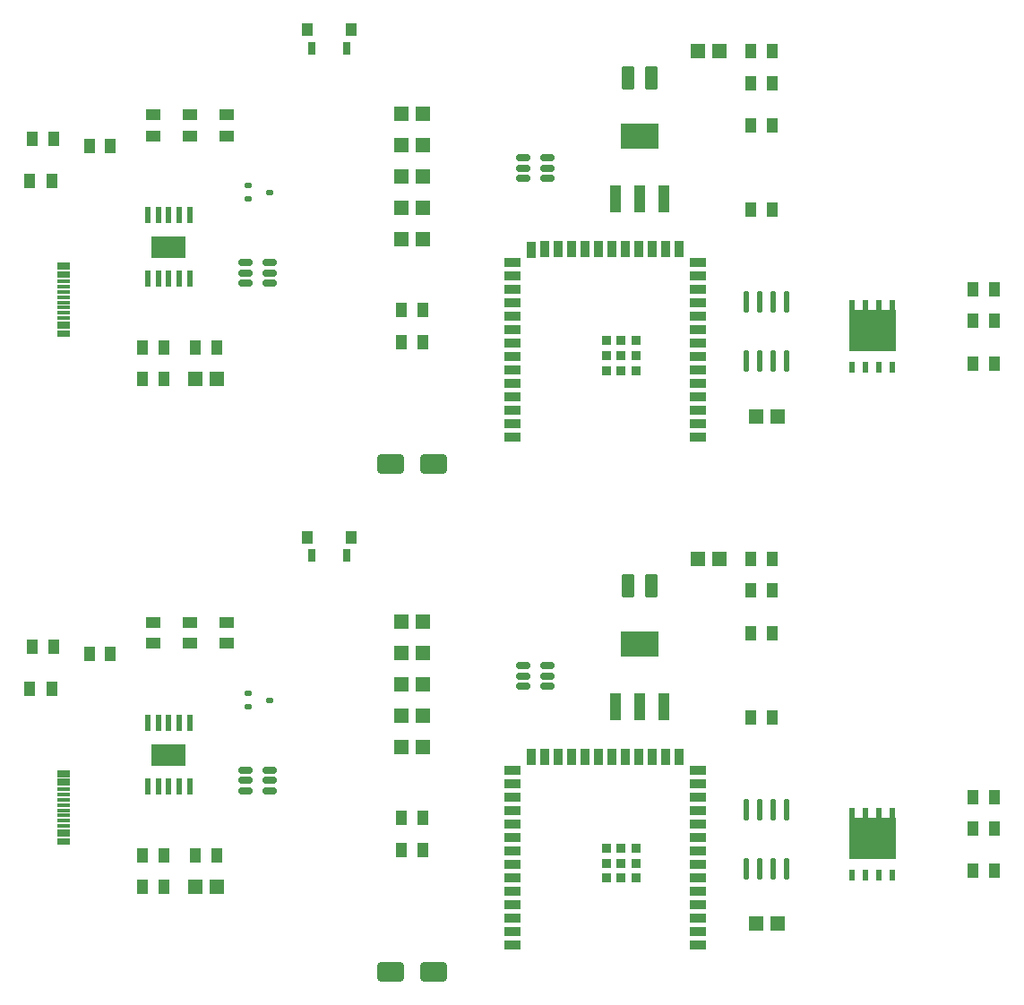
<source format=gtp>
G04 #@! TF.GenerationSoftware,KiCad,Pcbnew,8.0.8*
G04 #@! TF.CreationDate,2025-02-19T19:45:59+01:00*
G04 #@! TF.ProjectId,panelized,70616e65-6c69-47a6-9564-2e6b69636164,rev?*
G04 #@! TF.SameCoordinates,Original*
G04 #@! TF.FileFunction,Paste,Top*
G04 #@! TF.FilePolarity,Positive*
%FSLAX46Y46*%
G04 Gerber Fmt 4.6, Leading zero omitted, Abs format (unit mm)*
G04 Created by KiCad (PCBNEW 8.0.8) date 2025-02-19 19:45:59*
%MOMM*%
%LPD*%
G01*
G04 APERTURE LIST*
G04 Aperture macros list*
%AMRoundRect*
0 Rectangle with rounded corners*
0 $1 Rounding radius*
0 $2 $3 $4 $5 $6 $7 $8 $9 X,Y pos of 4 corners*
0 Add a 4 corners polygon primitive as box body*
4,1,4,$2,$3,$4,$5,$6,$7,$8,$9,$2,$3,0*
0 Add four circle primitives for the rounded corners*
1,1,$1+$1,$2,$3*
1,1,$1+$1,$4,$5*
1,1,$1+$1,$6,$7*
1,1,$1+$1,$8,$9*
0 Add four rect primitives between the rounded corners*
20,1,$1+$1,$2,$3,$4,$5,0*
20,1,$1+$1,$4,$5,$6,$7,0*
20,1,$1+$1,$6,$7,$8,$9,0*
20,1,$1+$1,$8,$9,$2,$3,0*%
G04 Aperture macros list end*
%ADD10RoundRect,0.112500X-0.237500X0.112500X-0.237500X-0.112500X0.237500X-0.112500X0.237500X0.112500X0*%
%ADD11R,1.130000X1.380000*%
%ADD12RoundRect,0.150000X-0.512500X-0.150000X0.512500X-0.150000X0.512500X0.150000X-0.512500X0.150000X0*%
%ADD13R,1.410000X1.350000*%
%ADD14RoundRect,0.250000X-0.375000X-0.850000X0.375000X-0.850000X0.375000X0.850000X-0.375000X0.850000X0*%
%ADD15R,1.000000X1.400000*%
%ADD16R,0.600000X1.000000*%
%ADD17R,4.410000X4.000000*%
%ADD18R,1.300000X0.300000*%
%ADD19R,0.600000X1.500000*%
%ADD20R,3.300000X2.100000*%
%ADD21O,0.590000X2.050000*%
%ADD22R,1.100000X2.500000*%
%ADD23R,3.600000X2.340000*%
%ADD24R,0.800000X1.300000*%
%ADD25R,1.000000X1.200000*%
%ADD26R,1.500000X0.900000*%
%ADD27R,0.900000X1.500000*%
%ADD28R,0.900000X0.900000*%
%ADD29R,1.380000X1.130000*%
%ADD30RoundRect,0.250000X-1.000000X-0.650000X1.000000X-0.650000X1.000000X0.650000X-1.000000X0.650000X0*%
G04 APERTURE END LIST*
D10*
G04 #@! TO.C,D1*
X24000000Y-16200000D03*
X24000000Y-17500000D03*
X26000000Y-16850000D03*
G04 #@! TD*
D11*
G04 #@! TO.C,R7*
X38500000Y-76000000D03*
X40500000Y-76000000D03*
G04 #@! TD*
G04 #@! TO.C,R5*
X14000000Y-82500000D03*
X16000000Y-82500000D03*
G04 #@! TD*
D12*
G04 #@! TO.C,U7*
X50000000Y-61600000D03*
X50000000Y-62550000D03*
X50000000Y-63500000D03*
X52275000Y-63500000D03*
X52275000Y-62550000D03*
X52275000Y-61600000D03*
G04 #@! TD*
D11*
G04 #@! TO.C,R13*
X71500000Y-58500000D03*
X73500000Y-58500000D03*
G04 #@! TD*
D12*
G04 #@! TO.C,U7*
X50000000Y-13600000D03*
X50000000Y-14550000D03*
X50000000Y-15500000D03*
X52275000Y-15500000D03*
X52275000Y-14550000D03*
X52275000Y-13600000D03*
G04 #@! TD*
D11*
G04 #@! TO.C,R5*
X14000000Y-34500000D03*
X16000000Y-34500000D03*
G04 #@! TD*
D12*
G04 #@! TO.C,U1*
X23725000Y-23500000D03*
X23725000Y-24450000D03*
X23725000Y-25400000D03*
X26000000Y-25400000D03*
X26000000Y-24450000D03*
X26000000Y-23500000D03*
G04 #@! TD*
D13*
G04 #@! TO.C,C6*
X38500000Y-63350000D03*
X40500000Y-63350000D03*
G04 #@! TD*
G04 #@! TO.C,C29*
X38500000Y-69250000D03*
X40500000Y-69250000D03*
G04 #@! TD*
G04 #@! TO.C,C30*
X66500000Y-3500000D03*
X68500000Y-3500000D03*
G04 #@! TD*
D14*
G04 #@! TO.C,L2*
X59925000Y-6000000D03*
X62075000Y-6000000D03*
G04 #@! TD*
D11*
G04 #@! TO.C,R10*
X92500000Y-77000000D03*
X94500000Y-77000000D03*
G04 #@! TD*
D15*
G04 #@! TO.C,D4*
X5450000Y-15810000D03*
X3350000Y-15810000D03*
G04 #@! TD*
D16*
G04 #@! TO.C,REF\u002A\u002A*
X84900000Y-81420000D03*
X81090000Y-75580000D03*
X82370000Y-75580000D03*
D17*
X83000000Y-77890000D03*
D16*
X83630000Y-75580000D03*
X84900000Y-75580000D03*
X81090000Y-81420000D03*
X82370000Y-81420000D03*
X83630000Y-81420000D03*
G04 #@! TD*
D12*
G04 #@! TO.C,U1*
X23725000Y-71500000D03*
X23725000Y-72450000D03*
X23725000Y-73400000D03*
X26000000Y-73400000D03*
X26000000Y-72450000D03*
X26000000Y-71500000D03*
G04 #@! TD*
D18*
G04 #@! TO.C,J2*
X6522500Y-71650000D03*
X6522500Y-72450000D03*
X6522500Y-73750000D03*
X6522500Y-74750000D03*
X6522500Y-75250000D03*
X6522500Y-76250000D03*
X6522500Y-77550000D03*
X6522500Y-78350000D03*
X6522500Y-78050000D03*
X6522500Y-77250000D03*
X6522500Y-76750000D03*
X6522500Y-75750000D03*
X6522500Y-74250000D03*
X6522500Y-73250000D03*
X6522500Y-72750000D03*
X6522500Y-71950000D03*
G04 #@! TD*
D11*
G04 #@! TO.C,R20*
X71500000Y-6500000D03*
X73500000Y-6500000D03*
G04 #@! TD*
D10*
G04 #@! TO.C,D1*
X24000000Y-64200000D03*
X24000000Y-65500000D03*
X26000000Y-64850000D03*
G04 #@! TD*
D19*
G04 #@! TO.C,U3*
X14500000Y-73000000D03*
X15500000Y-73000000D03*
X16500000Y-73000000D03*
X17500000Y-73000000D03*
X18500000Y-73000000D03*
X18500000Y-67000000D03*
X17500000Y-67000000D03*
X16500000Y-67000000D03*
X15500000Y-67000000D03*
X14500000Y-67000000D03*
D20*
X16500000Y-70000000D03*
G04 #@! TD*
D15*
G04 #@! TO.C,D2*
X5650000Y-11800000D03*
X3550000Y-11800000D03*
G04 #@! TD*
D11*
G04 #@! TO.C,R3*
X14000000Y-79500000D03*
X16000000Y-79500000D03*
G04 #@! TD*
D13*
G04 #@! TO.C,C30*
X66500000Y-51500000D03*
X68500000Y-51500000D03*
G04 #@! TD*
D21*
G04 #@! TO.C,U4*
X71090000Y-80770000D03*
X72370000Y-80770000D03*
X73630000Y-80770000D03*
X74900000Y-80770000D03*
X74900000Y-75230000D03*
X73630000Y-75230000D03*
X72370000Y-75230000D03*
X71090000Y-75230000D03*
G04 #@! TD*
D22*
G04 #@! TO.C,U9*
X58700000Y-17470000D03*
X61000000Y-17470000D03*
X63300000Y-17470000D03*
D23*
X61000000Y-11530000D03*
G04 #@! TD*
D24*
G04 #@! TO.C,SW1*
X29970000Y-3200000D03*
X33330000Y-3200000D03*
D25*
X33750000Y-1500000D03*
X29550000Y-1500000D03*
G04 #@! TD*
D26*
G04 #@! TO.C,U5*
X66500000Y-40000000D03*
X66500000Y-38730000D03*
X66500000Y-37460000D03*
X66500000Y-36190000D03*
X66500000Y-34920000D03*
X66500000Y-33650000D03*
X66500000Y-32380000D03*
X66500000Y-31110000D03*
X66500000Y-29840000D03*
X66500000Y-28570000D03*
X66500000Y-27300000D03*
X66500000Y-26030000D03*
X66500000Y-24760000D03*
X66500000Y-23490000D03*
D27*
X64740000Y-22220000D03*
X63470000Y-22220000D03*
X62200000Y-22220000D03*
X60930000Y-22220000D03*
X59660000Y-22220000D03*
X58380000Y-22220000D03*
X57120000Y-22220000D03*
X55850000Y-22220000D03*
X54580000Y-22220000D03*
X53300000Y-22220000D03*
X52030000Y-22220000D03*
X50760000Y-22250000D03*
D26*
X49000000Y-23490000D03*
X49000000Y-24760000D03*
X49000000Y-26030000D03*
X49000000Y-27300000D03*
X49000000Y-28570000D03*
X49000000Y-29840000D03*
X49000000Y-31110000D03*
X49000000Y-32380000D03*
X49000000Y-33650000D03*
X49000000Y-34920000D03*
X49000000Y-36190000D03*
X49000000Y-37460000D03*
X49000000Y-38730000D03*
X49000000Y-40000000D03*
D28*
X60650000Y-33680000D03*
X60650000Y-32280000D03*
X60650000Y-30880000D03*
X59250000Y-33680000D03*
X59250000Y-32280000D03*
X59250000Y-30880000D03*
X57850000Y-33680000D03*
X57850000Y-32280000D03*
X57850000Y-30880000D03*
G04 #@! TD*
D11*
G04 #@! TO.C,R4*
X19000000Y-79500000D03*
X21000000Y-79500000D03*
G04 #@! TD*
D15*
G04 #@! TO.C,D2*
X5650000Y-59800000D03*
X3550000Y-59800000D03*
G04 #@! TD*
D29*
G04 #@! TO.C,R2*
X22000000Y-11500000D03*
X22000000Y-9500000D03*
G04 #@! TD*
D30*
G04 #@! TO.C,D3*
X37500000Y-42500000D03*
X41500000Y-42500000D03*
G04 #@! TD*
D13*
G04 #@! TO.C,C7*
X38500000Y-66300000D03*
X40500000Y-66300000D03*
G04 #@! TD*
D11*
G04 #@! TO.C,R11*
X92500000Y-33000000D03*
X94500000Y-33000000D03*
G04 #@! TD*
D19*
G04 #@! TO.C,U3*
X14500000Y-25000000D03*
X15500000Y-25000000D03*
X16500000Y-25000000D03*
X17500000Y-25000000D03*
X18500000Y-25000000D03*
X18500000Y-19000000D03*
X17500000Y-19000000D03*
X16500000Y-19000000D03*
X15500000Y-19000000D03*
X14500000Y-19000000D03*
D20*
X16500000Y-22000000D03*
G04 #@! TD*
D11*
G04 #@! TO.C,R22*
X71500000Y-51500000D03*
X73500000Y-51500000D03*
G04 #@! TD*
G04 #@! TO.C,R10*
X92500000Y-29000000D03*
X94500000Y-29000000D03*
G04 #@! TD*
G04 #@! TO.C,R6*
X38500000Y-31000000D03*
X40500000Y-31000000D03*
G04 #@! TD*
D29*
G04 #@! TO.C,R2*
X22000000Y-59500000D03*
X22000000Y-57500000D03*
G04 #@! TD*
D21*
G04 #@! TO.C,U4*
X71090000Y-32770000D03*
X72370000Y-32770000D03*
X73630000Y-32770000D03*
X74900000Y-32770000D03*
X74900000Y-27230000D03*
X73630000Y-27230000D03*
X72370000Y-27230000D03*
X71090000Y-27230000D03*
G04 #@! TD*
D11*
G04 #@! TO.C,R3*
X14000000Y-31500000D03*
X16000000Y-31500000D03*
G04 #@! TD*
D29*
G04 #@! TO.C,R16*
X18500000Y-59500000D03*
X18500000Y-57500000D03*
G04 #@! TD*
G04 #@! TO.C,R16*
X18500000Y-11500000D03*
X18500000Y-9500000D03*
G04 #@! TD*
D13*
G04 #@! TO.C,C3*
X38500000Y-9450000D03*
X40500000Y-9450000D03*
G04 #@! TD*
G04 #@! TO.C,C1*
X72000000Y-38000000D03*
X74000000Y-38000000D03*
G04 #@! TD*
D11*
G04 #@! TO.C,R15*
X92500000Y-74000000D03*
X94500000Y-74000000D03*
G04 #@! TD*
D13*
G04 #@! TO.C,C2*
X19000000Y-34500000D03*
X21000000Y-34500000D03*
G04 #@! TD*
G04 #@! TO.C,C5*
X38500000Y-60400000D03*
X40500000Y-60400000D03*
G04 #@! TD*
D16*
G04 #@! TO.C,REF\u002A\u002A*
X84900000Y-33420000D03*
X81090000Y-27580000D03*
X82370000Y-27580000D03*
D17*
X83000000Y-29890000D03*
D16*
X83630000Y-27580000D03*
X84900000Y-27580000D03*
X81090000Y-33420000D03*
X82370000Y-33420000D03*
X83630000Y-33420000D03*
G04 #@! TD*
D14*
G04 #@! TO.C,L2*
X59925000Y-54000000D03*
X62075000Y-54000000D03*
G04 #@! TD*
D11*
G04 #@! TO.C,R20*
X71500000Y-54500000D03*
X73500000Y-54500000D03*
G04 #@! TD*
D13*
G04 #@! TO.C,C1*
X72000000Y-86000000D03*
X74000000Y-86000000D03*
G04 #@! TD*
D11*
G04 #@! TO.C,R13*
X71500000Y-10500000D03*
X73500000Y-10500000D03*
G04 #@! TD*
D24*
G04 #@! TO.C,SW1*
X29970000Y-51200000D03*
X33330000Y-51200000D03*
D25*
X33750000Y-49500000D03*
X29550000Y-49500000D03*
G04 #@! TD*
D15*
G04 #@! TO.C,D4*
X5450000Y-63810000D03*
X3350000Y-63810000D03*
G04 #@! TD*
D30*
G04 #@! TO.C,D3*
X37500000Y-90500000D03*
X41500000Y-90500000D03*
G04 #@! TD*
D11*
G04 #@! TO.C,R14*
X71500000Y-18500000D03*
X73500000Y-18500000D03*
G04 #@! TD*
G04 #@! TO.C,R15*
X92500000Y-26000000D03*
X94500000Y-26000000D03*
G04 #@! TD*
D13*
G04 #@! TO.C,C2*
X19000000Y-82500000D03*
X21000000Y-82500000D03*
G04 #@! TD*
D11*
G04 #@! TO.C,R14*
X71500000Y-66500000D03*
X73500000Y-66500000D03*
G04 #@! TD*
D13*
G04 #@! TO.C,C3*
X38500000Y-57450000D03*
X40500000Y-57450000D03*
G04 #@! TD*
D11*
G04 #@! TO.C,R7*
X38500000Y-28000000D03*
X40500000Y-28000000D03*
G04 #@! TD*
D18*
G04 #@! TO.C,J2*
X6522500Y-23650000D03*
X6522500Y-24450000D03*
X6522500Y-25750000D03*
X6522500Y-26750000D03*
X6522500Y-27250000D03*
X6522500Y-28250000D03*
X6522500Y-29550000D03*
X6522500Y-30350000D03*
X6522500Y-30050000D03*
X6522500Y-29250000D03*
X6522500Y-28750000D03*
X6522500Y-27750000D03*
X6522500Y-26250000D03*
X6522500Y-25250000D03*
X6522500Y-24750000D03*
X6522500Y-23950000D03*
G04 #@! TD*
D29*
G04 #@! TO.C,R17*
X15000000Y-11500000D03*
X15000000Y-9500000D03*
G04 #@! TD*
D13*
G04 #@! TO.C,C7*
X38500000Y-18300000D03*
X40500000Y-18300000D03*
G04 #@! TD*
G04 #@! TO.C,C5*
X38500000Y-12400000D03*
X40500000Y-12400000D03*
G04 #@! TD*
D29*
G04 #@! TO.C,R17*
X15000000Y-59500000D03*
X15000000Y-57500000D03*
G04 #@! TD*
D11*
G04 #@! TO.C,R11*
X92500000Y-81000000D03*
X94500000Y-81000000D03*
G04 #@! TD*
D26*
G04 #@! TO.C,U5*
X66500000Y-88000000D03*
X66500000Y-86730000D03*
X66500000Y-85460000D03*
X66500000Y-84190000D03*
X66500000Y-82920000D03*
X66500000Y-81650000D03*
X66500000Y-80380000D03*
X66500000Y-79110000D03*
X66500000Y-77840000D03*
X66500000Y-76570000D03*
X66500000Y-75300000D03*
X66500000Y-74030000D03*
X66500000Y-72760000D03*
X66500000Y-71490000D03*
D27*
X64740000Y-70220000D03*
X63470000Y-70220000D03*
X62200000Y-70220000D03*
X60930000Y-70220000D03*
X59660000Y-70220000D03*
X58380000Y-70220000D03*
X57120000Y-70220000D03*
X55850000Y-70220000D03*
X54580000Y-70220000D03*
X53300000Y-70220000D03*
X52030000Y-70220000D03*
X50760000Y-70250000D03*
D26*
X49000000Y-71490000D03*
X49000000Y-72760000D03*
X49000000Y-74030000D03*
X49000000Y-75300000D03*
X49000000Y-76570000D03*
X49000000Y-77840000D03*
X49000000Y-79110000D03*
X49000000Y-80380000D03*
X49000000Y-81650000D03*
X49000000Y-82920000D03*
X49000000Y-84190000D03*
X49000000Y-85460000D03*
X49000000Y-86730000D03*
X49000000Y-88000000D03*
D28*
X60650000Y-81680000D03*
X60650000Y-80280000D03*
X60650000Y-78880000D03*
X59250000Y-81680000D03*
X59250000Y-80280000D03*
X59250000Y-78880000D03*
X57850000Y-81680000D03*
X57850000Y-80280000D03*
X57850000Y-78880000D03*
G04 #@! TD*
D13*
G04 #@! TO.C,C6*
X38500000Y-15350000D03*
X40500000Y-15350000D03*
G04 #@! TD*
D11*
G04 #@! TO.C,R6*
X38500000Y-79000000D03*
X40500000Y-79000000D03*
G04 #@! TD*
D22*
G04 #@! TO.C,U9*
X58700000Y-65470000D03*
X61000000Y-65470000D03*
X63300000Y-65470000D03*
D23*
X61000000Y-59530000D03*
G04 #@! TD*
D13*
G04 #@! TO.C,C29*
X38500000Y-21250000D03*
X40500000Y-21250000D03*
G04 #@! TD*
D11*
G04 #@! TO.C,R4*
X19000000Y-31500000D03*
X21000000Y-31500000D03*
G04 #@! TD*
G04 #@! TO.C,R22*
X71500000Y-3500000D03*
X73500000Y-3500000D03*
G04 #@! TD*
G04 #@! TO.C,R12*
X9000000Y-60500000D03*
X11000000Y-60500000D03*
G04 #@! TD*
G04 #@! TO.C,R12*
X9000000Y-12500000D03*
X11000000Y-12500000D03*
G04 #@! TD*
M02*

</source>
